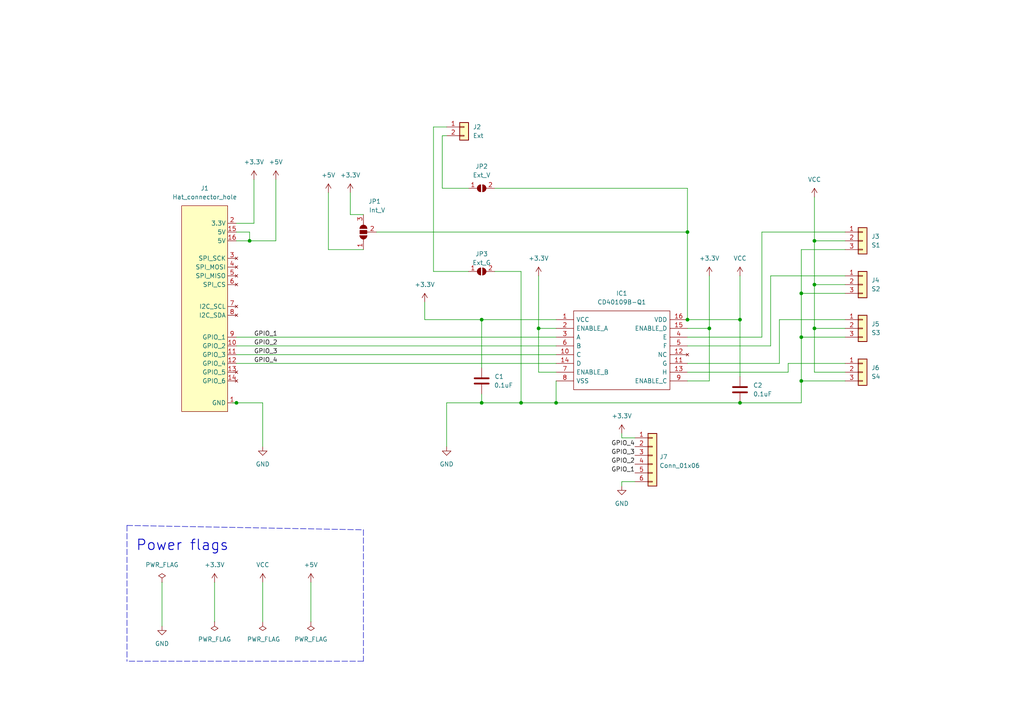
<source format=kicad_sch>
(kicad_sch (version 20211123) (generator eeschema)
  (paper "A4")
  (title_block (title "PWM Interface Board") (date "2022-11-03") (company "EPFL Xplore") (comment 1 "By Carolyn Hull"))
  (lib_symbols
    (symbol "0_connectors:Hat_connector_hole"
      (property "Reference" "J1" (at 0.3175 39.37 0))
      (property "Value" "Hat_connector_hole" (at 0.3175 36.83 0))
      (symbol "Hat_connector_hole_0_0"
        (pin power_in line (at -8.89 -22.86 0) (length 2.54) (name "GND") (number "1"))
        (pin bidirectional line (at -8.89 -6.35 0) (length 2.54) (name "GPIO_2") (number "10"))
        (pin bidirectional line (at -8.89 -8.89 0) (length 2.54) (name "GPIO_3") (number "11"))
        (pin bidirectional line (at -8.89 -11.43 0) (length 2.54) (name "GPIO_4") (number "12"))
        (pin no_connect line (at -8.89 -13.97 0) (length 2.54) (name "GPIO_5") (number "13"))
        (pin no_connect line (at -8.89 -16.51 0) (length 2.54) (name "GPIO_6") (number "14"))
        (pin power_in line (at -8.89 26.67 0) (length 2.54) (name "5V") (number "15"))
        (pin power_in line (at -8.89 24.13 0) (length 2.54) (name "5V") (number "16"))
        (pin power_in line (at -8.89 29.21 0) (length 2.54) (name "3.3V") (number "2"))
        (pin no_connect line (at -8.89 19.05 0) (length 2.54) (name "SPI_SCK") (number "3"))
        (pin no_connect line (at -8.89 16.51 0) (length 2.54) (name "SPI_MOSI") (number "4"))
        (pin no_connect line (at -8.89 13.97 0) (length 2.54) (name "SPI_MISO") (number "5"))
        (pin no_connect line (at -8.89 11.43 0) (length 2.54) (name "SPI_CS") (number "6"))
        (pin no_connect line (at -8.89 5.08 0) (length 2.54) (name "I2C_SCL") (number "7"))
        (pin no_connect line (at -8.89 2.54 0) (length 2.54) (name "I2C_SDA") (number "8"))
        (pin bidirectional line (at -8.89 -3.81 0) (length 2.54) (name "GPIO_1") (number "9"))
      )
      (symbol "Hat_connector_hole_0_1"
        (rectangle (start -6.35 34.29) (end 6.985 -25.4) (fill (type background)))
      )
    )
    (symbol "Analog_Switch:CD40109BQNSRQ1" (pin_names (offset 0.762))
      (property "Reference" "IC1" (at 19.05 7.62 0))
      (property "Value" "CD40109B-Q1" (at 19.05 5.08 0))
      (symbol "CD40109BQNSRQ1_0_0"
        (pin passive line (at 0 0 0) (length 5.08) (name "VCC") (number "1"))
        (pin passive line (at 0 -10.16 0) (length 5.08) (name "C") (number "10"))
        (pin passive line (at 38.1 -12.7 180) (length 5.08) (name "G") (number "11"))
        (pin no_connect line (at 38.1 -10.16 180) (length 5.08) (name "NC") (number "12"))
        (pin passive line (at 38.1 -15.24 180) (length 5.08) (name "H") (number "13"))
        (pin passive line (at 0 -12.7 0) (length 5.08) (name "D") (number "14"))
        (pin passive line (at 38.1 -2.54 180) (length 5.08) (name "ENABLE_D") (number "15"))
        (pin passive line (at 38.1 0 180) (length 5.08) (name "VDD") (number "16"))
        (pin passive line (at 0 -2.54 0) (length 5.08) (name "ENABLE_A") (number "2"))
        (pin passive line (at 0 -5.08 0) (length 5.08) (name "A") (number "3"))
        (pin passive line (at 38.1 -5.08 180) (length 5.08) (name "E") (number "4"))
        (pin passive line (at 38.1 -7.62 180) (length 5.08) (name "F") (number "5"))
        (pin passive line (at 0 -7.62 0) (length 5.08) (name "B") (number "6"))
        (pin passive line (at 0 -15.24 0) (length 5.08) (name "ENABLE_B") (number "7"))
        (pin passive line (at 0 -17.78 0) (length 5.08) (name "VSS") (number "8"))
        (pin passive line (at 38.1 -17.78 180) (length 5.08) (name "ENABLE_C") (number "9"))
      )
      (symbol "CD40109BQNSRQ1_0_1"
        (polyline (pts (xy 5.08 2.54) (xy 33.02 2.54) (xy 33.02 -20.32) (xy 5.08 -20.32) (xy 5.08 2.54)) (stroke (width 0.1524)))
      )
    )
    (symbol "Connector_Generic:Conn_01x02" (pin_names (offset 1.016) hide)
      (property "Reference" "J" (at 0 2.54 0))
      (property "Value" "Conn_01x02" (at 0 -5.08 0))
      (symbol "Conn_01x02_1_1"
        (rectangle (start -1.27 -2.413) (end 0 -2.667) (stroke (width 0.1524)))
        (rectangle (start -1.27 0.127) (end 0 -0.127) (stroke (width 0.1524)))
        (rectangle (start -1.27 1.27) (end 1.27 -3.81) (stroke (width 0.254)) (fill (type background)))
        (pin passive line (at -5.08 0 0) (length 3.81) (name "Pin_1") (number "1"))
        (pin passive line (at -5.08 -2.54 0) (length 3.81) (name "Pin_2") (number "2"))
      )
    )
    (symbol "Connector_Generic:Conn_01x03" (pin_names (offset 1.016) hide)
      (property "Reference" "J" (at 0 5.08 0))
      (property "Value" "Conn_01x03" (at 0 -5.08 0))
      (symbol "Conn_01x03_1_1"
        (rectangle (start -1.27 -2.413) (end 0 -2.667) (stroke (width 0.1524)))
        (rectangle (start -1.27 0.127) (end 0 -0.127) (stroke (width 0.1524)))
        (rectangle (start -1.27 2.667) (end 0 2.413) (stroke (width 0.1524)))
        (rectangle (start -1.27 3.81) (end 1.27 -3.81) (stroke (width 0.254)) (fill (type background)))
        (pin passive line (at -5.08 2.54 0) (length 3.81) (name "Pin_1") (number "1"))
        (pin passive line (at -5.08 0 0) (length 3.81) (name "Pin_2") (number "2"))
        (pin passive line (at -5.08 -2.54 0) (length 3.81) (name "Pin_3") (number "3"))
      )
    )
    (symbol "Connector_Generic:Conn_01x06" (pin_names (offset 1.016) hide)
      (property "Reference" "J" (at 0 7.62 0))
      (property "Value" "Conn_01x06" (at 0 -10.16 0))
      (symbol "Conn_01x06_1_1"
        (rectangle (start -1.27 -7.493) (end 0 -7.747) (stroke (width 0.1524)))
        (rectangle (start -1.27 -4.953) (end 0 -5.207) (stroke (width 0.1524)))
        (rectangle (start -1.27 -2.413) (end 0 -2.667) (stroke (width 0.1524)))
        (rectangle (start -1.27 0.127) (end 0 -0.127) (stroke (width 0.1524)))
        (rectangle (start -1.27 2.667) (end 0 2.413) (stroke (width 0.1524)))
        (rectangle (start -1.27 5.207) (end 0 4.953) (stroke (width 0.1524)))
        (rectangle (start -1.27 6.35) (end 1.27 -8.89) (stroke (width 0.254)) (fill (type background)))
        (pin passive line (at -5.08 5.08 0) (length 3.81) (name "Pin_1") (number "1"))
        (pin passive line (at -5.08 2.54 0) (length 3.81) (name "Pin_2") (number "2"))
        (pin passive line (at -5.08 0 0) (length 3.81) (name "Pin_3") (number "3"))
        (pin passive line (at -5.08 -2.54 0) (length 3.81) (name "Pin_4") (number "4"))
        (pin passive line (at -5.08 -5.08 0) (length 3.81) (name "Pin_5") (number "5"))
        (pin passive line (at -5.08 -7.62 0) (length 3.81) (name "Pin_6") (number "6"))
      )
    )
    (symbol "Device:C" (pin_numbers hide) (pin_names (offset 0.254))
      (property "Reference" "C" (at 0.635 2.54 0))
      (property "Value" "C" (at 0.635 -2.54 0))
      (symbol "C_0_1"
        (polyline (pts (xy -2.032 -0.762) (xy 2.032 -0.762)) (stroke (width 0.508)))
        (polyline (pts (xy -2.032 0.762) (xy 2.032 0.762)) (stroke (width 0.508)))
      )
      (symbol "C_1_1"
        (pin passive line (at 0 3.81 270) (length 2.794) (name "~") (number "1"))
        (pin passive line (at 0 -3.81 90) (length 2.794) (name "~") (number "2"))
      )
    )
    (symbol "Jumper:SolderJumper_2_Open" (pin_names (offset 0) hide)
      (property "Reference" "JP" (at 0 2.032 0))
      (property "Value" "SolderJumper_2_Open" (at 0 -2.54 0))
      (symbol "SolderJumper_2_Open_0_1"
        (arc (start -0.254 1.016) (mid -1.27 0) (end -0.254 -1.016))
        (arc (start -0.254 1.016) (mid -1.27 0) (end -0.254 -1.016) (fill (type outline)))
        (polyline (pts (xy -0.254 1.016) (xy -0.254 -1.016)))
        (polyline (pts (xy 0.254 1.016) (xy 0.254 -1.016)))
        (arc (start 0.254 -1.016) (mid 1.27 0) (end 0.254 1.016))
        (arc (start 0.254 -1.016) (mid 1.27 0) (end 0.254 1.016) (fill (type outline)))
      )
      (symbol "SolderJumper_2_Open_1_1"
        (pin passive line (at -3.81 0 0) (length 2.54) (name "A") (number "1"))
        (pin passive line (at 3.81 0 180) (length 2.54) (name "B") (number "2"))
      )
    )
    (symbol "Jumper:SolderJumper_3_Open" (pin_names (offset 0) hide)
      (property "Reference" "JP" (at -2.54 -2.54 0))
      (property "Value" "SolderJumper_3_Open" (at 0 2.794 0))
      (symbol "SolderJumper_3_Open_0_1"
        (arc (start -1.016 1.016) (mid -2.032 0) (end -1.016 -1.016))
        (arc (start -1.016 1.016) (mid -2.032 0) (end -1.016 -1.016) (fill (type outline)))
        (rectangle (start -0.508 1.016) (end 0.508 -1.016) (fill (type outline)))
        (polyline (pts (xy -2.54 0) (xy -2.032 0)))
        (polyline (pts (xy -1.016 1.016) (xy -1.016 -1.016)))
        (polyline (pts (xy 0 -1.27) (xy 0 -1.016)))
        (polyline (pts (xy 1.016 1.016) (xy 1.016 -1.016)))
        (polyline (pts (xy 2.54 0) (xy 2.032 0)))
        (arc (start 1.016 -1.016) (mid 2.032 0) (end 1.016 1.016))
        (arc (start 1.016 -1.016) (mid 2.032 0) (end 1.016 1.016) (fill (type outline)))
      )
      (symbol "SolderJumper_3_Open_1_1"
        (pin passive line (at -5.08 0 0) (length 2.54) (name "A") (number "1"))
        (pin passive line (at 0 -3.81 90) (length 2.54) (name "C") (number "2"))
        (pin passive line (at 5.08 0 180) (length 2.54) (name "B") (number "3"))
      )
    )
    (symbol "power:+3.3V" (power) (pin_names (offset 0))
      (property "Value" "+3.3V" (at 0 3.556 0))
      (symbol "+3.3V_0_1"
        (polyline (pts (xy -0.762 1.27) (xy 0 2.54)))
        (polyline (pts (xy 0 0) (xy 0 2.54)))
        (polyline (pts (xy 0 2.54) (xy 0.762 1.27)))
      )
      (symbol "+3.3V_1_1"
        (pin power_in line (at 0 0 90) (length 0) hide (name "+3.3V") (number "1"))
      )
    )
    (symbol "power:+5V" (power) (pin_names (offset 0))
      (property "Value" "+5V" (at 0 3.556 0))
      (symbol "+5V_0_1"
        (polyline (pts (xy -0.762 1.27) (xy 0 2.54)))
        (polyline (pts (xy 0 0) (xy 0 2.54)))
        (polyline (pts (xy 0 2.54) (xy 0.762 1.27)))
      )
      (symbol "+5V_1_1"
        (pin power_in line (at 0 0 90) (length 0) hide (name "+5V") (number "1"))
      )
    )
    (symbol "power:GND" (power) (pin_names (offset 0))
      (property "Value" "GND" (at 0 -3.81 0))
      (symbol "GND_0_1"
        (polyline (pts (xy 0 0) (xy 0 -1.27) (xy 1.27 -1.27) (xy 0 -2.54) (xy -1.27 -1.27) (xy 0 -1.27)))
      )
      (symbol "GND_1_1"
        (pin power_in line (at 0 0 270) (length 0) hide (name "GND") (number "1"))
      )
    )
    (symbol "power:PWR_FLAG" (power) (pin_numbers hide) (pin_names (offset 0) hide)
      (property "Value" "PWR_FLAG" (at 0 3.81 0))
      (symbol "PWR_FLAG_0_0"
        (pin power_out line (at 0 0 90) (length 0) (name "pwr") (number "1"))
      )
      (symbol "PWR_FLAG_0_1"
        (polyline (pts (xy 0 0) (xy 0 1.27) (xy -1.016 1.905) (xy 0 2.54) (xy 1.016 1.905) (xy 0 1.27)))
      )
    )
    (symbol "power:VCC" (power) (pin_names (offset 0))
      (property "Value" "VCC" (at 0 3.81 0))
      (symbol "VCC_0_1"
        (polyline (pts (xy -0.762 1.27) (xy 0 2.54)))
        (polyline (pts (xy 0 0) (xy 0 2.54)))
        (polyline (pts (xy 0 2.54) (xy 0.762 1.27)))
      )
      (symbol "VCC_1_1"
        (pin power_in line (at 0 0 90) (length 0) hide (name "VCC") (number "1"))
      )
    )
  )
  (junction (at 156.21 95.25))
  (junction (at 236.22 82.55))
  (junction (at 151.13 116.84))
  (junction (at 72.39 69.85))
  (junction (at 205.74 95.25))
  (junction (at 68.58 116.84))
  (junction (at 161.29 116.84))
  (junction (at 236.22 69.85))
  (junction (at 139.7 116.84))
  (junction (at 199.39 67.31))
  (junction (at 232.41 97.79))
  (junction (at 199.39 92.71))
  (junction (at 236.22 95.25))
  (junction (at 232.41 85.09))
  (junction (at 232.41 110.49))
  (junction (at 139.7 92.71))
  (junction (at 214.63 116.84))
  (junction (at 214.63 92.71))
  (wire (pts (xy 68.58 102.87) (xy 161.29 102.87)))
  (wire (pts (xy 68.58 69.85) (xy 72.39 69.85)))
  (wire (pts (xy 72.39 69.85) (xy 80.01 69.85)))
  (wire (pts (xy 245.11 72.39) (xy 232.41 72.39)))
  (wire (pts (xy 68.58 67.31) (xy 72.39 67.31)))
  (wire (pts (xy 125.73 36.83) (xy 129.54 36.83)))
  (wire (pts (xy 180.34 139.7) (xy 180.34 140.97)))
  (wire (pts (xy 199.39 54.61) (xy 199.39 67.31)))
  (wire (pts (xy 156.21 107.95) (xy 161.29 107.95)))
  (wire (pts (xy 199.39 92.71) (xy 214.63 92.71)))
  (wire (pts (xy 128.27 39.37) (xy 129.54 39.37)))
  (wire (pts (xy 128.27 54.61) (xy 128.27 39.37)))
  (wire (pts (xy 68.58 97.79) (xy 161.29 97.79)))
  (wire (pts (xy 139.7 116.84) (xy 151.13 116.84)))
  (wire (pts (xy 205.74 95.25) (xy 205.74 80.01)))
  (wire (pts (xy 76.2 116.84) (xy 76.2 129.54)))
  (wire (pts (xy 123.19 87.63) (xy 123.19 92.71)))
  (wire (pts (xy 151.13 116.84) (xy 161.29 116.84)))
  (wire (pts (xy 199.39 67.31) (xy 199.39 92.71)))
  (wire (pts (xy 226.06 105.41) (xy 226.06 92.71)))
  (wire (pts (xy 105.41 72.39) (xy 95.25 72.39)))
  (wire (pts (xy 214.63 116.84) (xy 232.41 116.84)))
  (wire (pts (xy 68.58 100.33) (xy 161.29 100.33)))
  (wire (pts (xy 232.41 85.09) (xy 232.41 72.39)))
  (wire (pts (xy 161.29 95.25) (xy 156.21 95.25)))
  (wire (pts (xy 199.39 97.79) (xy 220.98 97.79)))
  (wire (pts (xy 228.6 107.95) (xy 228.6 105.41)))
  (wire (pts (xy 139.7 116.84) (xy 139.7 114.3)))
  (wire (pts (xy 232.41 110.49) (xy 232.41 97.79)))
  (wire (pts (xy 73.66 52.07) (xy 73.66 64.77)))
  (wire (pts (xy 184.15 139.7) (xy 180.34 139.7)))
  (wire (pts (xy 245.11 69.85) (xy 236.22 69.85)))
  (wire (pts (xy 80.01 52.07) (xy 80.01 69.85)))
  (wire (pts (xy 232.41 110.49) (xy 232.41 116.84)))
  (wire (pts (xy 220.98 97.79) (xy 220.98 67.31)))
  (wire (pts (xy 76.2 168.91) (xy 76.2 180.34)))
  (wire (pts (xy 245.11 110.49) (xy 232.41 110.49)))
  (wire (pts (xy 220.98 67.31) (xy 245.11 67.31)))
  (wire (pts (xy 232.41 97.79) (xy 232.41 85.09)))
  (wire (pts (xy 236.22 69.85) (xy 236.22 57.15)))
  (wire (pts (xy 161.29 116.84) (xy 161.29 110.49)))
  (wire (pts (xy 199.39 110.49) (xy 205.74 110.49)))
  (wire (pts (xy 46.99 168.91) (xy 46.99 181.61)))
  (wire (pts (xy 156.21 95.25) (xy 156.21 80.01)))
  (polyline (pts (xy 105.41 191.77) (xy 36.83 191.77)))
  (wire (pts (xy 180.34 127) (xy 184.15 127)))
  (wire (pts (xy 245.11 95.25) (xy 236.22 95.25)))
  (wire (pts (xy 67.31 116.84) (xy 68.58 116.84)))
  (polyline (pts (xy 105.41 153.67) (xy 105.41 191.77)))
  (wire (pts (xy 161.29 116.84) (xy 214.63 116.84)))
  (wire (pts (xy 199.39 107.95) (xy 228.6 107.95)))
  (wire (pts (xy 236.22 82.55) (xy 236.22 69.85)))
  (wire (pts (xy 95.25 55.88) (xy 95.25 72.39)))
  (wire (pts (xy 205.74 95.25) (xy 205.74 110.49)))
  (wire (pts (xy 245.11 97.79) (xy 232.41 97.79)))
  (wire (pts (xy 128.27 54.61) (xy 135.89 54.61)))
  (wire (pts (xy 129.54 129.54) (xy 129.54 116.84)))
  (polyline (pts (xy 36.83 152.4) (xy 36.83 191.77)))
  (wire (pts (xy 236.22 82.55) (xy 236.22 95.25)))
  (wire (pts (xy 245.11 107.95) (xy 236.22 107.95)))
  (wire (pts (xy 245.11 85.09) (xy 232.41 85.09)))
  (wire (pts (xy 129.54 116.84) (xy 139.7 116.84)))
  (wire (pts (xy 226.06 92.71) (xy 245.11 92.71)))
  (wire (pts (xy 72.39 67.31) (xy 72.39 69.85)))
  (wire (pts (xy 214.63 80.01) (xy 214.63 92.71)))
  (wire (pts (xy 143.51 78.74) (xy 151.13 78.74)))
  (wire (pts (xy 180.34 125.73) (xy 180.34 127)))
  (wire (pts (xy 151.13 78.74) (xy 151.13 116.84)))
  (wire (pts (xy 62.23 168.91) (xy 62.23 180.34)))
  (wire (pts (xy 156.21 95.25) (xy 156.21 107.95)))
  (wire (pts (xy 123.19 92.71) (xy 139.7 92.71)))
  (wire (pts (xy 68.58 64.77) (xy 73.66 64.77)))
  (wire (pts (xy 223.52 100.33) (xy 223.52 80.01)))
  (wire (pts (xy 101.6 62.23) (xy 101.6 55.88)))
  (wire (pts (xy 223.52 80.01) (xy 245.11 80.01)))
  (wire (pts (xy 228.6 105.41) (xy 245.11 105.41)))
  (wire (pts (xy 139.7 92.71) (xy 139.7 106.68)))
  (wire (pts (xy 245.11 82.55) (xy 236.22 82.55)))
  (wire (pts (xy 90.17 168.91) (xy 90.17 180.34)))
  (wire (pts (xy 139.7 92.71) (xy 161.29 92.71)))
  (wire (pts (xy 125.73 36.83) (xy 125.73 78.74)))
  (wire (pts (xy 105.41 62.23) (xy 101.6 62.23)))
  (wire (pts (xy 199.39 100.33) (xy 223.52 100.33)))
  (wire (pts (xy 143.51 54.61) (xy 199.39 54.61)))
  (wire (pts (xy 125.73 78.74) (xy 135.89 78.74)))
  (wire (pts (xy 68.58 105.41) (xy 161.29 105.41)))
  (wire (pts (xy 199.39 105.41) (xy 226.06 105.41)))
  (wire (pts (xy 236.22 95.25) (xy 236.22 107.95)))
  (wire (pts (xy 199.39 95.25) (xy 205.74 95.25)))
  (wire (pts (xy 68.58 116.84) (xy 76.2 116.84)))
  (wire (pts (xy 214.63 92.71) (xy 214.63 109.22)))
  (wire (pts (xy 109.22 67.31) (xy 199.39 67.31)))
  (polyline (pts (xy 36.83 152.4) (xy 105.41 153.67)))
  (text "Power flags" (at 39.37 160.02 0) (effects (font (size 3 3) (thickness 0.254) bold) (justify left bottom)))
  (label "GPIO_4" (at 73.66 105.41 0))
  (label "GPIO_1" (at 73.66 97.79 0))
  (label "GPIO_3" (at 184.15 132.08 180))
  (label "GPIO_2" (at 73.66 100.33 0))
  (label "GPIO_1" (at 184.15 137.16 180))
  (label "GPIO_3" (at 73.66 102.87 0))
  (label "GPIO_4" (at 184.15 129.54 180))
  (label "GPIO_2" (at 184.15 134.62 180))
  (symbol (lib_id "power:GND") (at 180.34 140.97 0) (unit 1)
    (property "Reference" "#PWR0117" (effects hide))
    (property "Value" "GND" (at 180.34 146.05 0))
  )
  (symbol (lib_id "power:+3.3V") (at 101.6 55.88 0) (unit 1)
    (property "Reference" "#PWR0111" (effects hide))
    (property "Value" "+3.3V" (at 101.6 50.8 0))
  )
  (symbol (lib_id "Device:C") (at 214.63 113.03 0) (unit 1)
    (property "Reference" "C2" (at 218.44 111.7599 0) (effects (justify left)))
    (property "Value" "0.1uF" (at 218.44 114.2999 0) (effects (justify left)))
    (property "Footprint" "Capacitor_SMD:C_0603_1608Metric_Pad1.08x0.95mm_HandSolder" (effects hide))
    (property "Digikey ref number" "399-C0603X104K5RACAUTO7411CT-ND" (effects hide))
  )
  (symbol (lib_id "power:+5V") (at 90.17 168.91 0) (unit 1)
    (property "Reference" "#PWR0112" (effects hide))
    (property "Value" "+5V" (at 90.17 163.83 0))
  )
  (symbol (lib_id "Jumper:SolderJumper_3_Open") (at 105.41 67.31 90) (unit 1)
    (property "Reference" "JP1" (at 110.49 58.42 90) (effects (justify left)))
    (property "Value" "Int_V" (at 111.76 60.96 90) (effects (justify left)))
    (property "Footprint" "Jumper:SolderJumper-3_P1.3mm_Open_RoundedPad1.0x1.5mm_NumberLabels" (effects hide))
  )
  (symbol (lib_id "power:+5V") (at 95.25 55.88 0) (unit 1)
    (property "Reference" "#PWR0108" (effects hide))
    (property "Value" "+5V" (at 95.25 50.8 0))
  )
  (symbol (lib_id "power:GND") (at 76.2 129.54 0) (unit 1)
    (property "Reference" "#PWR0113" (effects hide))
    (property "Value" "GND" (at 76.2 134.62 0))
  )
  (symbol (lib_id "power:+3.3V") (at 62.23 168.91 0) (unit 1)
    (property "Reference" "#PWR0106" (effects hide))
    (property "Value" "+3.3V" (at 62.23 163.83 0))
  )
  (symbol (lib_id "power:+3.3V") (at 156.21 80.01 0) (mirror y) (unit 1)
    (property "Reference" "#PWR0103" (effects hide))
    (property "Value" "+3.3V" (at 156.21 74.93 0))
  )
  (symbol (lib_id "power:+3.3V") (at 123.19 87.63 0) (unit 1)
    (property "Reference" "#PWR0101" (effects hide))
    (property "Value" "+3.3V" (at 123.19 82.55 0))
  )
  (symbol (lib_id "power:+5V") (at 80.01 52.07 0) (unit 1)
    (property "Reference" "#PWR0110" (effects hide))
    (property "Value" "+5V" (at 80.01 46.99 0))
  )
  (symbol (lib_id "Connector_Generic:Conn_01x03") (at 250.19 107.95 0) (unit 1)
    (property "Reference" "J6" (at 252.73 106.6799 0) (effects (justify left)))
    (property "Value" "S4" (at 252.73 109.2199 0) (effects (justify left)))
    (property "Footprint" "Connector_Molex:Molex_Micro-Fit_3.0_43650-0315_1x03_P3.00mm_Vertical" (effects hide))
    (property "Digikey ref number" "WM1918-ND" (effects hide))
  )
  (symbol (lib_id "Connector_Generic:Conn_01x03") (at 250.19 82.55 0) (unit 1)
    (property "Reference" "J4" (at 252.73 81.2799 0) (effects (justify left)))
    (property "Value" "S2" (at 252.73 83.8199 0) (effects (justify left)))
    (property "Footprint" "Connector_Molex:Molex_Micro-Fit_3.0_43650-0315_1x03_P3.00mm_Vertical" (effects hide))
    (property "Digikey ref number" "WM1918-ND" (effects hide))
  )
  (symbol (lib_id "Jumper:SolderJumper_2_Open") (at 139.7 78.74 0) (unit 1)
    (property "Reference" "JP3" (at 139.7 73.66 0))
    (property "Value" "Ext_G" (at 139.7 76.2 0))
    (property "Footprint" "Jumper:SolderJumper-2_P1.3mm_Open_RoundedPad1.0x1.5mm" (effects hide))
  )
  (symbol (lib_id "power:+3.3V") (at 180.34 125.73 0) (unit 1)
    (property "Reference" "#PWR0116" (effects hide))
    (property "Value" "+3.3V" (at 180.34 120.65 0))
  )
  (symbol (lib_id "power:PWR_FLAG") (at 62.23 180.34 0) (mirror x) (unit 1)
    (property "Reference" "#FLG0102" (effects hide))
    (property "Value" "PWR_FLAG" (at 62.23 185.42 0))
  )
  (symbol (lib_id "Device:C") (at 139.7 110.49 180) (unit 1)
    (property "Reference" "C1" (at 144.78 109.22 0))
    (property "Value" "0.1uF" (at 146.05 111.76 0))
    (property "Footprint" "Capacitor_SMD:C_0603_1608Metric_Pad1.08x0.95mm_HandSolder" (effects hide))
    (property "Digikey ref number" "399-C0603X104K5RACAUTO7411CT-ND" (effects hide))
  )
  (symbol (lib_id "power:PWR_FLAG") (at 76.2 180.34 0) (mirror x) (unit 1)
    (property "Reference" "#FLG0101" (effects hide))
    (property "Value" "PWR_FLAG" (at 81.28 185.42 0) (effects (justify right)))
  )
  (symbol (lib_id "power:PWR_FLAG") (at 90.17 180.34 180) (unit 1)
    (property "Reference" "#FLG0104" (effects hide))
    (property "Value" "PWR_FLAG" (at 90.17 185.42 0))
  )
  (symbol (lib_id "0_connectors:Hat_connector_hole") (at 59.69 93.98 0) (mirror y) (unit 1)
    (property "Reference" "J1" (at 59.3725 54.61 0))
    (property "Value" "Hat_connector_hole" (at 59.3725 57.15 0))
    (property "Footprint" "0_connectors:Hat_connector_hole" (effects hide))
  )
  (symbol (lib_id "power:VCC") (at 76.2 168.91 0) (unit 1)
    (property "Reference" "#PWR0105" (effects hide))
    (property "Value" "VCC" (at 76.2 163.83 0))
  )
  (symbol (lib_id "Connector_Generic:Conn_01x03") (at 250.19 69.85 0) (unit 1)
    (property "Reference" "J3" (at 252.73 68.5799 0) (effects (justify left)))
    (property "Value" "S1" (at 252.73 71.1199 0) (effects (justify left)))
    (property "Footprint" "Connector_Molex:Molex_Micro-Fit_3.0_43650-0315_1x03_P3.00mm_Vertical" (effects hide))
    (property "Digikey ref number" "WM1918-ND" (effects hide))
  )
  (symbol (lib_id "Connector_Generic:Conn_01x02") (at 134.62 36.83 0) (unit 1)
    (property "Reference" "J2" (at 137.16 36.8299 0) (effects (justify left)))
    (property "Value" "Ext" (at 137.16 39.3699 0) (effects (justify left)))
    (property "Footprint" "Connector_AMASS:AMASS_XT30U-M_1x02_P5.0mm_Vertical" (effects hide))
  )
  (symbol (lib_id "power:VCC") (at 236.22 57.15 0) (unit 1)
    (property "Reference" "#PWR0104" (effects hide))
    (property "Value" "VCC" (at 236.22 52.07 0))
  )
  (symbol (lib_id "power:+3.3V") (at 73.66 52.07 0) (unit 1)
    (property "Reference" "#PWR0109" (effects hide))
    (property "Value" "+3.3V" (at 73.66 46.99 0))
  )
  (symbol (lib_id "Jumper:SolderJumper_2_Open") (at 139.7 54.61 0) (unit 1)
    (property "Reference" "JP2" (at 139.7 48.26 0))
    (property "Value" "Ext_V" (at 139.7 50.8 0))
    (property "Footprint" "0_various:Jumper_wide" (effects hide))
  )
  (symbol (lib_id "power:+3.3V") (at 205.74 80.01 0) (unit 1)
    (property "Reference" "#PWR0102" (effects hide))
    (property "Value" "+3.3V" (at 205.74 74.93 0))
  )
  (symbol (lib_id "power:PWR_FLAG") (at 46.99 168.91 0) (unit 1)
    (property "Reference" "#FLG0103" (effects hide))
    (property "Value" "PWR_FLAG" (at 46.99 163.83 0))
  )
  (symbol (lib_id "power:VCC") (at 214.63 80.01 0) (unit 1)
    (property "Reference" "#PWR0115" (effects hide))
    (property "Value" "VCC" (at 214.63 74.93 0))
  )
  (symbol (lib_id "Connector_Generic:Conn_01x06") (at 189.23 132.08 0) (unit 1)
    (property "Reference" "J7" (at 191.262 132.5153 0) (effects (justify left)))
    (property "Value" "Conn_01x06" (at 191.262 135.0522 0) (effects (justify left)))
    (property "Footprint" "Connector_JST:JST_GH_BM06B-GHS-TBT_1x06-1MP_P1.25mm_Vertical" (effects hide))
  )
  (symbol (lib_id "Analog_Switch:CD40109BQNSRQ1") (at 161.29 92.71 0) (unit 1)
    (property "Reference" "IC1" (at 180.34 85.09 0))
    (property "Value" "CD40109B-Q1" (at 180.34 87.63 0))
    (property "Footprint" "0_various:SOP65P640X120-16N" (effects hide))
    (property "Datasheet" "http://www.ti.com/lit/gpn/cd40109b-q1" (effects hide))
    (property "Description" "Automotive catalog CMOS Quad Low-to-High Voltage Level Shifter (20V Rating)" (effects hide))
    (property "Height" "2" (effects hide))
    (property "Manufacturer_Name" "Texas Instruments" (effects hide))
    (property "Manufacturer_Part_Number" "CD40109BQNSRQ1" (effects hide))
    (property "Mouser Part Number" "595-CD40109BQNSRQ1" (effects hide))
    (property "Mouser Price/Stock" "https://www.mouser.co.uk/ProductDetail/Texas-Instruments/CD40109BQNSRQ1?qs=HM7Ob9npyBJheowJq%2FZbcA%3D%3D" (effects hide))
    (property "Arrow Part Number" "CD40109BQNSRQ1" (effects hide))
    (property "Arrow Price/Stock" "https://www.arrow.com/en/products/cd40109bqnsrq1/texas-instruments?region=nac" (effects hide))
    (property "Digikey ref number" "CD40109BPW" (effects hide))
  )
  (symbol (lib_id "Connector_Generic:Conn_01x03") (at 250.19 95.25 0) (unit 1)
    (property "Reference" "J5" (at 252.73 93.9799 0) (effects (justify left)))
    (property "Value" "S3" (at 252.73 96.5199 0) (effects (justify left)))
    (property "Footprint" "Connector_Molex:Molex_Micro-Fit_3.0_43650-0315_1x03_P3.00mm_Vertical" (effects hide))
    (property "Digikey ref number" "WM1918-ND" (effects hide))
  )
  (symbol (lib_id "power:GND") (at 46.99 181.61 0) (unit 1)
    (property "Reference" "#PWR0107" (effects hide))
    (property "Value" "GND" (at 46.99 186.69 0))
  )
  (symbol (lib_id "power:GND") (at 129.54 129.54 0) (unit 1)
    (property "Reference" "#PWR0114" (effects hide))
    (property "Value" "GND" (at 129.54 134.62 0))
  )
)
</source>
